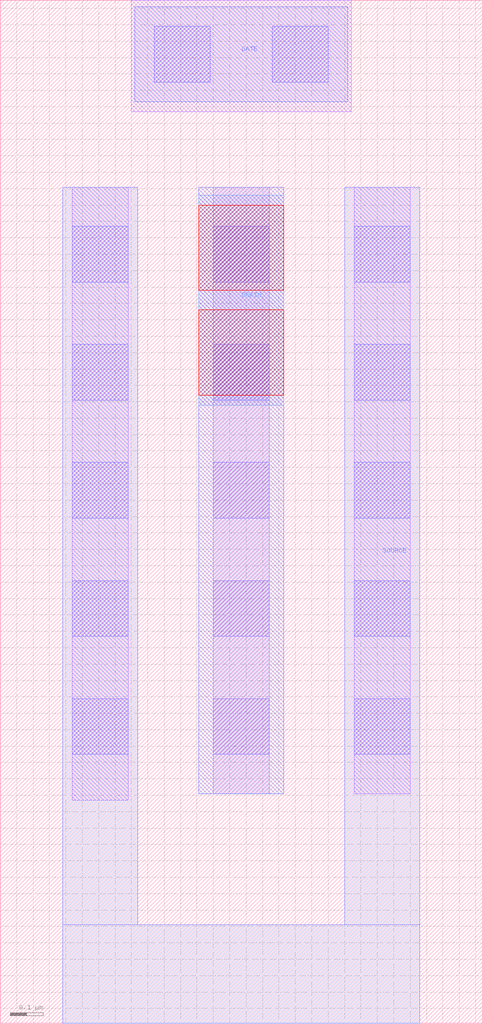
<source format=lef>
# Copyright 2020 The SkyWater PDK Authors
#
# Licensed under the Apache License, Version 2.0 (the "License");
# you may not use this file except in compliance with the License.
# You may obtain a copy of the License at
#
#     https://www.apache.org/licenses/LICENSE-2.0
#
# Unless required by applicable law or agreed to in writing, software
# distributed under the License is distributed on an "AS IS" BASIS,
# WITHOUT WARRANTIES OR CONDITIONS OF ANY KIND, either express or implied.
# See the License for the specific language governing permissions and
# limitations under the License.
#
# SPDX-License-Identifier: Apache-2.0

VERSION 5.7 ;
  NOWIREEXTENSIONATPIN ON ;
  DIVIDERCHAR "/" ;
  BUSBITCHARS "[]" ;
MACRO sky130_fd_pr__rf_pfet_01v8_aF02W2p00L0p15
  CLASS BLOCK ;
  FOREIGN sky130_fd_pr__rf_pfet_01v8_aF02W2p00L0p15 ;
  ORIGIN  0.000000  0.445000 ;
  SIZE  1.470000 BY  3.120000 ;
  PIN DRAIN
    ANTENNADIFFAREA  0.560000 ;
    PORT
      LAYER met2 ;
        RECT 0.605000 1.440000 0.865000 2.080000 ;
    END
  END DRAIN
  PIN GATE
    ANTENNAGATEAREA  0.600000 ;
    PORT
      LAYER met1 ;
        RECT 0.410000 2.365000 1.060000 2.655000 ;
    END
  END GATE
  PIN SOURCE
    ANTENNADIFFAREA  1.060000 ;
    PORT
      LAYER met1 ;
        RECT 0.190000 -0.445000 1.280000 -0.145000 ;
        RECT 0.190000 -0.145000 0.420000  2.105000 ;
        RECT 1.050000 -0.145000 1.280000  2.105000 ;
    END
  END SOURCE
  OBS
    LAYER li1 ;
      RECT 0.220000 0.235000 0.390000 2.105000 ;
      RECT 0.400000 2.335000 1.070000 2.675000 ;
      RECT 0.650000 0.255000 0.820000 2.105000 ;
      RECT 1.080000 0.255000 1.250000 2.105000 ;
    LAYER mcon ;
      RECT 0.220000 0.375000 0.390000 0.545000 ;
      RECT 0.220000 0.735000 0.390000 0.905000 ;
      RECT 0.220000 1.095000 0.390000 1.265000 ;
      RECT 0.220000 1.455000 0.390000 1.625000 ;
      RECT 0.220000 1.815000 0.390000 1.985000 ;
      RECT 0.470000 2.425000 0.640000 2.595000 ;
      RECT 0.650000 0.375000 0.820000 0.545000 ;
      RECT 0.650000 0.735000 0.820000 0.905000 ;
      RECT 0.650000 1.095000 0.820000 1.265000 ;
      RECT 0.650000 1.455000 0.820000 1.625000 ;
      RECT 0.650000 1.815000 0.820000 1.985000 ;
      RECT 0.830000 2.425000 1.000000 2.595000 ;
      RECT 1.080000 0.375000 1.250000 0.545000 ;
      RECT 1.080000 0.735000 1.250000 0.905000 ;
      RECT 1.080000 1.095000 1.250000 1.265000 ;
      RECT 1.080000 1.455000 1.250000 1.625000 ;
      RECT 1.080000 1.815000 1.250000 1.985000 ;
    LAYER met1 ;
      RECT 0.605000 0.255000 0.865000 2.105000 ;
    LAYER via ;
      RECT 0.605000 1.470000 0.865000 1.730000 ;
      RECT 0.605000 1.790000 0.865000 2.050000 ;
  END
END sky130_fd_pr__rf_pfet_01v8_aF02W2p00L0p15
END LIBRARY

</source>
